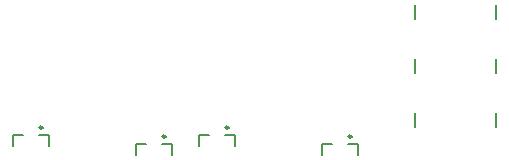
<source format=gbo>
%FSAX24Y24*%
%MOIN*%
G70*
G01*
G75*
G04 Layer_Color=32896*
%ADD10R,0.0472X0.0551*%
%ADD11R,0.0551X0.0472*%
%ADD12O,0.0217X0.0689*%
%ADD13O,0.0689X0.0217*%
%ADD14R,0.0433X0.0669*%
%ADD15C,0.0150*%
%ADD16C,0.0100*%
%ADD17C,0.0200*%
%ADD18C,0.0472*%
%ADD19C,0.1181*%
%ADD20C,0.0669*%
%ADD21C,0.1378*%
%ADD22C,0.0630*%
%ADD23R,0.0600X0.0600*%
%ADD24C,0.0600*%
%ADD25R,0.0591X0.0591*%
%ADD26C,0.0591*%
%ADD27C,0.0394*%
%ADD28C,0.0551*%
%ADD29C,0.0500*%
%ADD30R,0.0236X0.0453*%
%ADD31C,0.0118*%
%ADD32C,0.0079*%
%ADD33C,0.0236*%
%ADD34C,0.0098*%
%ADD35C,0.0050*%
%ADD36R,0.0532X0.0611*%
%ADD37R,0.0611X0.0532*%
%ADD38O,0.0277X0.0749*%
%ADD39O,0.0749X0.0277*%
%ADD40R,0.0493X0.0729*%
%ADD41C,0.0532*%
%ADD42C,0.1241*%
%ADD43C,0.0729*%
%ADD44C,0.1438*%
%ADD45C,0.0690*%
%ADD46R,0.0660X0.0660*%
%ADD47C,0.0660*%
%ADD48R,0.0651X0.0651*%
%ADD49C,0.0651*%
%ADD50C,0.1260*%
%ADD51C,0.0611*%
%ADD52C,0.0560*%
%ADD53R,0.0296X0.0513*%
D32*
X031591Y037021D02*
Y037376D01*
X031276D02*
X031591D01*
X030409Y037021D02*
Y037376D01*
X030724D01*
X035691Y036721D02*
Y037076D01*
X035376D02*
X035691D01*
X034509Y036721D02*
Y037076D01*
X034824D01*
X037791Y037021D02*
Y037376D01*
X037476D02*
X037791D01*
X036609Y037021D02*
Y037376D01*
X036924D01*
X041891Y036721D02*
Y037076D01*
X041576D02*
X041891D01*
X040709Y036721D02*
Y037076D01*
X041024D01*
X046500Y037664D02*
Y038136D01*
Y039464D02*
Y039936D01*
Y041264D02*
Y041736D01*
X043800Y037664D02*
Y038136D01*
Y039464D02*
Y039936D01*
Y041264D02*
Y041736D01*
D34*
X031384Y037631D02*
G03*
X031384Y037631I-000049J000000D01*
G01*
X035484Y037332D02*
G03*
X035484Y037332I-000049J000000D01*
G01*
X037584Y037631D02*
G03*
X037584Y037631I-000049J000000D01*
G01*
X041684Y037332D02*
G03*
X041684Y037332I-000049J000000D01*
G01*
M02*

</source>
